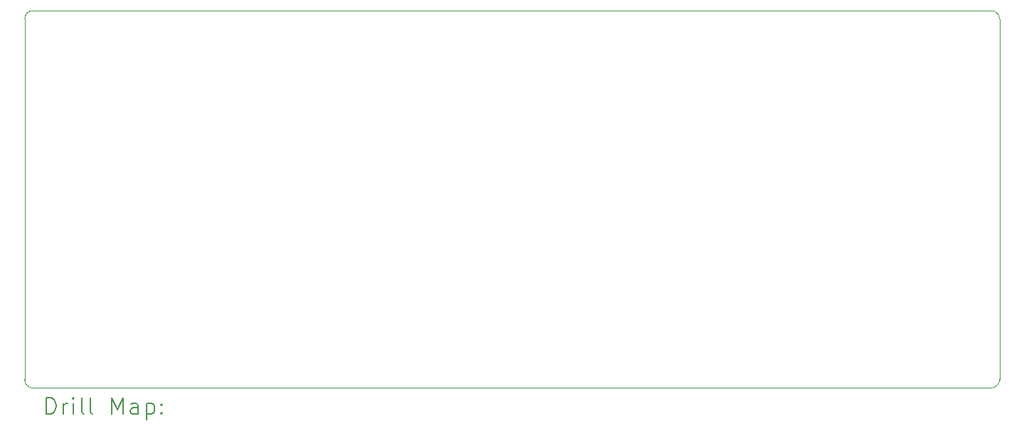
<source format=gbr>
%TF.GenerationSoftware,KiCad,Pcbnew,7.0.7*%
%TF.CreationDate,2023-10-14T20:43:19-07:00*%
%TF.ProjectId,Soil Power Sensor,536f696c-2050-46f7-9765-722053656e73,2.1.0*%
%TF.SameCoordinates,Original*%
%TF.FileFunction,Drillmap*%
%TF.FilePolarity,Positive*%
%FSLAX45Y45*%
G04 Gerber Fmt 4.5, Leading zero omitted, Abs format (unit mm)*
G04 Created by KiCad (PCBNEW 7.0.7) date 2023-10-14 20:43:19*
%MOMM*%
%LPD*%
G01*
G04 APERTURE LIST*
%ADD10C,0.050000*%
%ADD11C,0.200000*%
G04 APERTURE END LIST*
D10*
X12500000Y-4900000D02*
X12500000Y-9200000D01*
X24100000Y-4900000D02*
G75*
G03*
X24000000Y-4800000I-100000J0D01*
G01*
X12600000Y-9300000D02*
X24000000Y-9300000D01*
X24100000Y-9200000D02*
X24100000Y-4900000D01*
X24000000Y-9300000D02*
G75*
G03*
X24100000Y-9200000I0J100000D01*
G01*
X12600000Y-4800000D02*
G75*
G03*
X12500000Y-4900000I0J-100000D01*
G01*
X24000000Y-4800000D02*
X12600000Y-4800000D01*
X12500000Y-9200000D02*
G75*
G03*
X12600000Y-9300000I100000J0D01*
G01*
D11*
X12758277Y-9613984D02*
X12758277Y-9413984D01*
X12758277Y-9413984D02*
X12805896Y-9413984D01*
X12805896Y-9413984D02*
X12834467Y-9423508D01*
X12834467Y-9423508D02*
X12853515Y-9442555D01*
X12853515Y-9442555D02*
X12863039Y-9461603D01*
X12863039Y-9461603D02*
X12872562Y-9499698D01*
X12872562Y-9499698D02*
X12872562Y-9528270D01*
X12872562Y-9528270D02*
X12863039Y-9566365D01*
X12863039Y-9566365D02*
X12853515Y-9585412D01*
X12853515Y-9585412D02*
X12834467Y-9604460D01*
X12834467Y-9604460D02*
X12805896Y-9613984D01*
X12805896Y-9613984D02*
X12758277Y-9613984D01*
X12958277Y-9613984D02*
X12958277Y-9480650D01*
X12958277Y-9518746D02*
X12967801Y-9499698D01*
X12967801Y-9499698D02*
X12977324Y-9490174D01*
X12977324Y-9490174D02*
X12996372Y-9480650D01*
X12996372Y-9480650D02*
X13015420Y-9480650D01*
X13082086Y-9613984D02*
X13082086Y-9480650D01*
X13082086Y-9413984D02*
X13072562Y-9423508D01*
X13072562Y-9423508D02*
X13082086Y-9433031D01*
X13082086Y-9433031D02*
X13091610Y-9423508D01*
X13091610Y-9423508D02*
X13082086Y-9413984D01*
X13082086Y-9413984D02*
X13082086Y-9433031D01*
X13205896Y-9613984D02*
X13186848Y-9604460D01*
X13186848Y-9604460D02*
X13177324Y-9585412D01*
X13177324Y-9585412D02*
X13177324Y-9413984D01*
X13310658Y-9613984D02*
X13291610Y-9604460D01*
X13291610Y-9604460D02*
X13282086Y-9585412D01*
X13282086Y-9585412D02*
X13282086Y-9413984D01*
X13539229Y-9613984D02*
X13539229Y-9413984D01*
X13539229Y-9413984D02*
X13605896Y-9556841D01*
X13605896Y-9556841D02*
X13672562Y-9413984D01*
X13672562Y-9413984D02*
X13672562Y-9613984D01*
X13853515Y-9613984D02*
X13853515Y-9509222D01*
X13853515Y-9509222D02*
X13843991Y-9490174D01*
X13843991Y-9490174D02*
X13824943Y-9480650D01*
X13824943Y-9480650D02*
X13786848Y-9480650D01*
X13786848Y-9480650D02*
X13767801Y-9490174D01*
X13853515Y-9604460D02*
X13834467Y-9613984D01*
X13834467Y-9613984D02*
X13786848Y-9613984D01*
X13786848Y-9613984D02*
X13767801Y-9604460D01*
X13767801Y-9604460D02*
X13758277Y-9585412D01*
X13758277Y-9585412D02*
X13758277Y-9566365D01*
X13758277Y-9566365D02*
X13767801Y-9547317D01*
X13767801Y-9547317D02*
X13786848Y-9537793D01*
X13786848Y-9537793D02*
X13834467Y-9537793D01*
X13834467Y-9537793D02*
X13853515Y-9528270D01*
X13948753Y-9480650D02*
X13948753Y-9680650D01*
X13948753Y-9490174D02*
X13967801Y-9480650D01*
X13967801Y-9480650D02*
X14005896Y-9480650D01*
X14005896Y-9480650D02*
X14024943Y-9490174D01*
X14024943Y-9490174D02*
X14034467Y-9499698D01*
X14034467Y-9499698D02*
X14043991Y-9518746D01*
X14043991Y-9518746D02*
X14043991Y-9575889D01*
X14043991Y-9575889D02*
X14034467Y-9594936D01*
X14034467Y-9594936D02*
X14024943Y-9604460D01*
X14024943Y-9604460D02*
X14005896Y-9613984D01*
X14005896Y-9613984D02*
X13967801Y-9613984D01*
X13967801Y-9613984D02*
X13948753Y-9604460D01*
X14129705Y-9594936D02*
X14139229Y-9604460D01*
X14139229Y-9604460D02*
X14129705Y-9613984D01*
X14129705Y-9613984D02*
X14120182Y-9604460D01*
X14120182Y-9604460D02*
X14129705Y-9594936D01*
X14129705Y-9594936D02*
X14129705Y-9613984D01*
X14129705Y-9490174D02*
X14139229Y-9499698D01*
X14139229Y-9499698D02*
X14129705Y-9509222D01*
X14129705Y-9509222D02*
X14120182Y-9499698D01*
X14120182Y-9499698D02*
X14129705Y-9490174D01*
X14129705Y-9490174D02*
X14129705Y-9509222D01*
M02*

</source>
